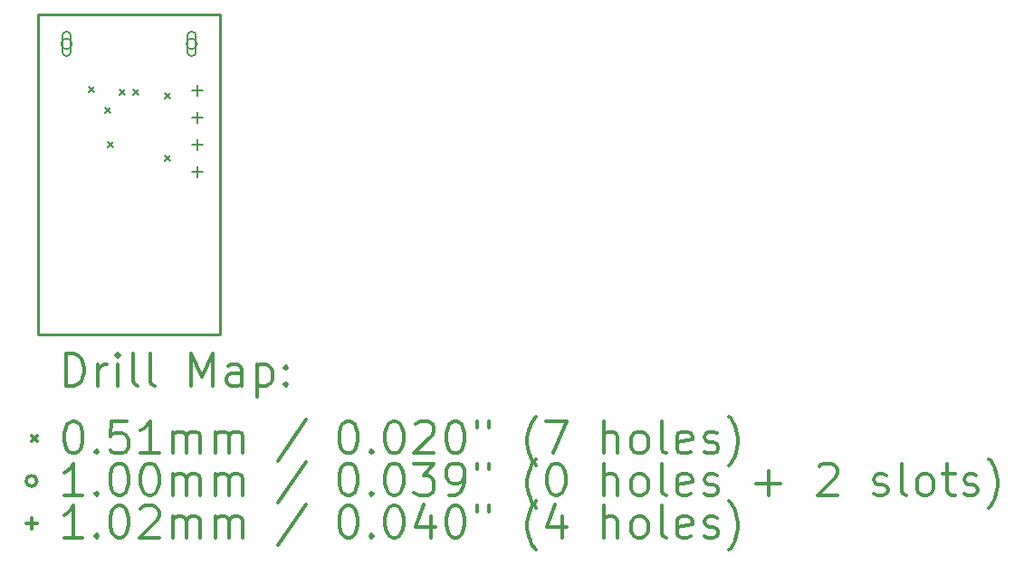
<source format=gbr>
%FSLAX45Y45*%
G04 Gerber Fmt 4.5, Leading zero omitted, Abs format (unit mm)*
G04 Created by KiCad (PCBNEW (after 2015-may-01 BZR unknown)-product) date 5/23/2015 03:29:00*
%MOMM*%
G01*
G04 APERTURE LIST*
%ADD10C,0.127000*%
%ADD11C,0.254000*%
%ADD12C,0.200000*%
%ADD13C,0.300000*%
G04 APERTURE END LIST*
D10*
D11*
X8404000Y-10992000D02*
X10104000Y-10992000D01*
X8404000Y-7992000D02*
X8404000Y-10992000D01*
X10104000Y-7992000D02*
X8404000Y-7992000D01*
X10104000Y-10992000D02*
X10104000Y-7992000D01*
D12*
X8878600Y-8665563D02*
X8929400Y-8716363D01*
X8929400Y-8665563D02*
X8878600Y-8716363D01*
X9028600Y-8866600D02*
X9079400Y-8917400D01*
X9079400Y-8866600D02*
X9028600Y-8917400D01*
X9050800Y-9188600D02*
X9101600Y-9239400D01*
X9101600Y-9188600D02*
X9050800Y-9239400D01*
X9165100Y-8695060D02*
X9215900Y-8745860D01*
X9215900Y-8695060D02*
X9165100Y-8745860D01*
X9292100Y-8695060D02*
X9342900Y-8745860D01*
X9342900Y-8695060D02*
X9292100Y-8745860D01*
X9584200Y-8731400D02*
X9635000Y-8782200D01*
X9635000Y-8731400D02*
X9584200Y-8782200D01*
X9584200Y-9315600D02*
X9635000Y-9366400D01*
X9635000Y-9315600D02*
X9584200Y-9366400D01*
X8719000Y-8267000D02*
G75*
G03X8719000Y-8267000I-50000J0D01*
G01*
X8629000Y-8192000D02*
X8629000Y-8342000D01*
X8709000Y-8192000D02*
X8709000Y-8342000D01*
X8629000Y-8342000D02*
G75*
G03X8709000Y-8342000I40000J0D01*
G01*
X8709000Y-8192000D02*
G75*
G03X8629000Y-8192000I-40000J0D01*
G01*
X9889000Y-8267000D02*
G75*
G03X9889000Y-8267000I-50000J0D01*
G01*
X9799000Y-8192000D02*
X9799000Y-8342000D01*
X9879000Y-8192000D02*
X9879000Y-8342000D01*
X9799000Y-8342000D02*
G75*
G03X9879000Y-8342000I40000J0D01*
G01*
X9879000Y-8192000D02*
G75*
G03X9799000Y-8192000I-40000J0D01*
G01*
X9889000Y-8655200D02*
X9889000Y-8756800D01*
X9838200Y-8706000D02*
X9939800Y-8706000D01*
X9889000Y-8909200D02*
X9889000Y-9010800D01*
X9838200Y-8960000D02*
X9939800Y-8960000D01*
X9889000Y-9163200D02*
X9889000Y-9264800D01*
X9838200Y-9214000D02*
X9939800Y-9214000D01*
X9889000Y-9417200D02*
X9889000Y-9518800D01*
X9838200Y-9468000D02*
X9939800Y-9468000D01*
D13*
X8662729Y-11470414D02*
X8662729Y-11170414D01*
X8734157Y-11170414D01*
X8777014Y-11184700D01*
X8805586Y-11213271D01*
X8819871Y-11241843D01*
X8834157Y-11298986D01*
X8834157Y-11341843D01*
X8819871Y-11398986D01*
X8805586Y-11427557D01*
X8777014Y-11456129D01*
X8734157Y-11470414D01*
X8662729Y-11470414D01*
X8962729Y-11470414D02*
X8962729Y-11270414D01*
X8962729Y-11327557D02*
X8977014Y-11298986D01*
X8991300Y-11284700D01*
X9019871Y-11270414D01*
X9048443Y-11270414D01*
X9148443Y-11470414D02*
X9148443Y-11270414D01*
X9148443Y-11170414D02*
X9134157Y-11184700D01*
X9148443Y-11198986D01*
X9162729Y-11184700D01*
X9148443Y-11170414D01*
X9148443Y-11198986D01*
X9334157Y-11470414D02*
X9305586Y-11456129D01*
X9291300Y-11427557D01*
X9291300Y-11170414D01*
X9491300Y-11470414D02*
X9462729Y-11456129D01*
X9448443Y-11427557D01*
X9448443Y-11170414D01*
X9834157Y-11470414D02*
X9834157Y-11170414D01*
X9934157Y-11384700D01*
X10034157Y-11170414D01*
X10034157Y-11470414D01*
X10305586Y-11470414D02*
X10305586Y-11313271D01*
X10291300Y-11284700D01*
X10262729Y-11270414D01*
X10205586Y-11270414D01*
X10177014Y-11284700D01*
X10305586Y-11456129D02*
X10277014Y-11470414D01*
X10205586Y-11470414D01*
X10177014Y-11456129D01*
X10162729Y-11427557D01*
X10162729Y-11398986D01*
X10177014Y-11370414D01*
X10205586Y-11356129D01*
X10277014Y-11356129D01*
X10305586Y-11341843D01*
X10448443Y-11270414D02*
X10448443Y-11570414D01*
X10448443Y-11284700D02*
X10477014Y-11270414D01*
X10534157Y-11270414D01*
X10562729Y-11284700D01*
X10577014Y-11298986D01*
X10591300Y-11327557D01*
X10591300Y-11413271D01*
X10577014Y-11441843D01*
X10562729Y-11456129D01*
X10534157Y-11470414D01*
X10477014Y-11470414D01*
X10448443Y-11456129D01*
X10719871Y-11441843D02*
X10734157Y-11456129D01*
X10719871Y-11470414D01*
X10705586Y-11456129D01*
X10719871Y-11441843D01*
X10719871Y-11470414D01*
X10719871Y-11284700D02*
X10734157Y-11298986D01*
X10719871Y-11313271D01*
X10705586Y-11298986D01*
X10719871Y-11284700D01*
X10719871Y-11313271D01*
X8340500Y-11939300D02*
X8391300Y-11990100D01*
X8391300Y-11939300D02*
X8340500Y-11990100D01*
X8719871Y-11800414D02*
X8748443Y-11800414D01*
X8777014Y-11814700D01*
X8791300Y-11828986D01*
X8805586Y-11857557D01*
X8819871Y-11914700D01*
X8819871Y-11986129D01*
X8805586Y-12043271D01*
X8791300Y-12071843D01*
X8777014Y-12086129D01*
X8748443Y-12100414D01*
X8719871Y-12100414D01*
X8691300Y-12086129D01*
X8677014Y-12071843D01*
X8662729Y-12043271D01*
X8648443Y-11986129D01*
X8648443Y-11914700D01*
X8662729Y-11857557D01*
X8677014Y-11828986D01*
X8691300Y-11814700D01*
X8719871Y-11800414D01*
X8948443Y-12071843D02*
X8962729Y-12086129D01*
X8948443Y-12100414D01*
X8934157Y-12086129D01*
X8948443Y-12071843D01*
X8948443Y-12100414D01*
X9234157Y-11800414D02*
X9091300Y-11800414D01*
X9077014Y-11943271D01*
X9091300Y-11928986D01*
X9119871Y-11914700D01*
X9191300Y-11914700D01*
X9219871Y-11928986D01*
X9234157Y-11943271D01*
X9248443Y-11971843D01*
X9248443Y-12043271D01*
X9234157Y-12071843D01*
X9219871Y-12086129D01*
X9191300Y-12100414D01*
X9119871Y-12100414D01*
X9091300Y-12086129D01*
X9077014Y-12071843D01*
X9534157Y-12100414D02*
X9362729Y-12100414D01*
X9448443Y-12100414D02*
X9448443Y-11800414D01*
X9419871Y-11843271D01*
X9391300Y-11871843D01*
X9362729Y-11886129D01*
X9662729Y-12100414D02*
X9662729Y-11900414D01*
X9662729Y-11928986D02*
X9677014Y-11914700D01*
X9705586Y-11900414D01*
X9748443Y-11900414D01*
X9777014Y-11914700D01*
X9791300Y-11943271D01*
X9791300Y-12100414D01*
X9791300Y-11943271D02*
X9805586Y-11914700D01*
X9834157Y-11900414D01*
X9877014Y-11900414D01*
X9905586Y-11914700D01*
X9919871Y-11943271D01*
X9919871Y-12100414D01*
X10062729Y-12100414D02*
X10062729Y-11900414D01*
X10062729Y-11928986D02*
X10077014Y-11914700D01*
X10105586Y-11900414D01*
X10148443Y-11900414D01*
X10177014Y-11914700D01*
X10191300Y-11943271D01*
X10191300Y-12100414D01*
X10191300Y-11943271D02*
X10205586Y-11914700D01*
X10234157Y-11900414D01*
X10277014Y-11900414D01*
X10305586Y-11914700D01*
X10319871Y-11943271D01*
X10319871Y-12100414D01*
X10905586Y-11786129D02*
X10648443Y-12171843D01*
X11291300Y-11800414D02*
X11319871Y-11800414D01*
X11348443Y-11814700D01*
X11362728Y-11828986D01*
X11377014Y-11857557D01*
X11391300Y-11914700D01*
X11391300Y-11986129D01*
X11377014Y-12043271D01*
X11362728Y-12071843D01*
X11348443Y-12086129D01*
X11319871Y-12100414D01*
X11291300Y-12100414D01*
X11262728Y-12086129D01*
X11248443Y-12071843D01*
X11234157Y-12043271D01*
X11219871Y-11986129D01*
X11219871Y-11914700D01*
X11234157Y-11857557D01*
X11248443Y-11828986D01*
X11262728Y-11814700D01*
X11291300Y-11800414D01*
X11519871Y-12071843D02*
X11534157Y-12086129D01*
X11519871Y-12100414D01*
X11505586Y-12086129D01*
X11519871Y-12071843D01*
X11519871Y-12100414D01*
X11719871Y-11800414D02*
X11748443Y-11800414D01*
X11777014Y-11814700D01*
X11791300Y-11828986D01*
X11805585Y-11857557D01*
X11819871Y-11914700D01*
X11819871Y-11986129D01*
X11805585Y-12043271D01*
X11791300Y-12071843D01*
X11777014Y-12086129D01*
X11748443Y-12100414D01*
X11719871Y-12100414D01*
X11691300Y-12086129D01*
X11677014Y-12071843D01*
X11662728Y-12043271D01*
X11648443Y-11986129D01*
X11648443Y-11914700D01*
X11662728Y-11857557D01*
X11677014Y-11828986D01*
X11691300Y-11814700D01*
X11719871Y-11800414D01*
X11934157Y-11828986D02*
X11948443Y-11814700D01*
X11977014Y-11800414D01*
X12048443Y-11800414D01*
X12077014Y-11814700D01*
X12091300Y-11828986D01*
X12105585Y-11857557D01*
X12105585Y-11886129D01*
X12091300Y-11928986D01*
X11919871Y-12100414D01*
X12105585Y-12100414D01*
X12291300Y-11800414D02*
X12319871Y-11800414D01*
X12348443Y-11814700D01*
X12362728Y-11828986D01*
X12377014Y-11857557D01*
X12391300Y-11914700D01*
X12391300Y-11986129D01*
X12377014Y-12043271D01*
X12362728Y-12071843D01*
X12348443Y-12086129D01*
X12319871Y-12100414D01*
X12291300Y-12100414D01*
X12262728Y-12086129D01*
X12248443Y-12071843D01*
X12234157Y-12043271D01*
X12219871Y-11986129D01*
X12219871Y-11914700D01*
X12234157Y-11857557D01*
X12248443Y-11828986D01*
X12262728Y-11814700D01*
X12291300Y-11800414D01*
X12505586Y-11800414D02*
X12505586Y-11857557D01*
X12619871Y-11800414D02*
X12619871Y-11857557D01*
X13062728Y-12214700D02*
X13048443Y-12200414D01*
X13019871Y-12157557D01*
X13005585Y-12128986D01*
X12991300Y-12086129D01*
X12977014Y-12014700D01*
X12977014Y-11957557D01*
X12991300Y-11886129D01*
X13005585Y-11843271D01*
X13019871Y-11814700D01*
X13048443Y-11771843D01*
X13062728Y-11757557D01*
X13148443Y-11800414D02*
X13348443Y-11800414D01*
X13219871Y-12100414D01*
X13691300Y-12100414D02*
X13691300Y-11800414D01*
X13819871Y-12100414D02*
X13819871Y-11943271D01*
X13805585Y-11914700D01*
X13777014Y-11900414D01*
X13734157Y-11900414D01*
X13705585Y-11914700D01*
X13691300Y-11928986D01*
X14005585Y-12100414D02*
X13977014Y-12086129D01*
X13962728Y-12071843D01*
X13948443Y-12043271D01*
X13948443Y-11957557D01*
X13962728Y-11928986D01*
X13977014Y-11914700D01*
X14005585Y-11900414D01*
X14048443Y-11900414D01*
X14077014Y-11914700D01*
X14091300Y-11928986D01*
X14105585Y-11957557D01*
X14105585Y-12043271D01*
X14091300Y-12071843D01*
X14077014Y-12086129D01*
X14048443Y-12100414D01*
X14005585Y-12100414D01*
X14277014Y-12100414D02*
X14248443Y-12086129D01*
X14234157Y-12057557D01*
X14234157Y-11800414D01*
X14505586Y-12086129D02*
X14477014Y-12100414D01*
X14419871Y-12100414D01*
X14391300Y-12086129D01*
X14377014Y-12057557D01*
X14377014Y-11943271D01*
X14391300Y-11914700D01*
X14419871Y-11900414D01*
X14477014Y-11900414D01*
X14505586Y-11914700D01*
X14519871Y-11943271D01*
X14519871Y-11971843D01*
X14377014Y-12000414D01*
X14634157Y-12086129D02*
X14662728Y-12100414D01*
X14719871Y-12100414D01*
X14748443Y-12086129D01*
X14762728Y-12057557D01*
X14762728Y-12043271D01*
X14748443Y-12014700D01*
X14719871Y-12000414D01*
X14677014Y-12000414D01*
X14648443Y-11986129D01*
X14634157Y-11957557D01*
X14634157Y-11943271D01*
X14648443Y-11914700D01*
X14677014Y-11900414D01*
X14719871Y-11900414D01*
X14748443Y-11914700D01*
X14862728Y-12214700D02*
X14877014Y-12200414D01*
X14905586Y-12157557D01*
X14919871Y-12128986D01*
X14934157Y-12086129D01*
X14948443Y-12014700D01*
X14948443Y-11957557D01*
X14934157Y-11886129D01*
X14919871Y-11843271D01*
X14905586Y-11814700D01*
X14877014Y-11771843D01*
X14862728Y-11757557D01*
X8391300Y-12360700D02*
G75*
G03X8391300Y-12360700I-50000J0D01*
G01*
X8819871Y-12496414D02*
X8648443Y-12496414D01*
X8734157Y-12496414D02*
X8734157Y-12196414D01*
X8705586Y-12239271D01*
X8677014Y-12267843D01*
X8648443Y-12282129D01*
X8948443Y-12467843D02*
X8962729Y-12482129D01*
X8948443Y-12496414D01*
X8934157Y-12482129D01*
X8948443Y-12467843D01*
X8948443Y-12496414D01*
X9148443Y-12196414D02*
X9177014Y-12196414D01*
X9205586Y-12210700D01*
X9219871Y-12224986D01*
X9234157Y-12253557D01*
X9248443Y-12310700D01*
X9248443Y-12382129D01*
X9234157Y-12439271D01*
X9219871Y-12467843D01*
X9205586Y-12482129D01*
X9177014Y-12496414D01*
X9148443Y-12496414D01*
X9119871Y-12482129D01*
X9105586Y-12467843D01*
X9091300Y-12439271D01*
X9077014Y-12382129D01*
X9077014Y-12310700D01*
X9091300Y-12253557D01*
X9105586Y-12224986D01*
X9119871Y-12210700D01*
X9148443Y-12196414D01*
X9434157Y-12196414D02*
X9462729Y-12196414D01*
X9491300Y-12210700D01*
X9505586Y-12224986D01*
X9519871Y-12253557D01*
X9534157Y-12310700D01*
X9534157Y-12382129D01*
X9519871Y-12439271D01*
X9505586Y-12467843D01*
X9491300Y-12482129D01*
X9462729Y-12496414D01*
X9434157Y-12496414D01*
X9405586Y-12482129D01*
X9391300Y-12467843D01*
X9377014Y-12439271D01*
X9362729Y-12382129D01*
X9362729Y-12310700D01*
X9377014Y-12253557D01*
X9391300Y-12224986D01*
X9405586Y-12210700D01*
X9434157Y-12196414D01*
X9662729Y-12496414D02*
X9662729Y-12296414D01*
X9662729Y-12324986D02*
X9677014Y-12310700D01*
X9705586Y-12296414D01*
X9748443Y-12296414D01*
X9777014Y-12310700D01*
X9791300Y-12339271D01*
X9791300Y-12496414D01*
X9791300Y-12339271D02*
X9805586Y-12310700D01*
X9834157Y-12296414D01*
X9877014Y-12296414D01*
X9905586Y-12310700D01*
X9919871Y-12339271D01*
X9919871Y-12496414D01*
X10062729Y-12496414D02*
X10062729Y-12296414D01*
X10062729Y-12324986D02*
X10077014Y-12310700D01*
X10105586Y-12296414D01*
X10148443Y-12296414D01*
X10177014Y-12310700D01*
X10191300Y-12339271D01*
X10191300Y-12496414D01*
X10191300Y-12339271D02*
X10205586Y-12310700D01*
X10234157Y-12296414D01*
X10277014Y-12296414D01*
X10305586Y-12310700D01*
X10319871Y-12339271D01*
X10319871Y-12496414D01*
X10905586Y-12182129D02*
X10648443Y-12567843D01*
X11291300Y-12196414D02*
X11319871Y-12196414D01*
X11348443Y-12210700D01*
X11362728Y-12224986D01*
X11377014Y-12253557D01*
X11391300Y-12310700D01*
X11391300Y-12382129D01*
X11377014Y-12439271D01*
X11362728Y-12467843D01*
X11348443Y-12482129D01*
X11319871Y-12496414D01*
X11291300Y-12496414D01*
X11262728Y-12482129D01*
X11248443Y-12467843D01*
X11234157Y-12439271D01*
X11219871Y-12382129D01*
X11219871Y-12310700D01*
X11234157Y-12253557D01*
X11248443Y-12224986D01*
X11262728Y-12210700D01*
X11291300Y-12196414D01*
X11519871Y-12467843D02*
X11534157Y-12482129D01*
X11519871Y-12496414D01*
X11505586Y-12482129D01*
X11519871Y-12467843D01*
X11519871Y-12496414D01*
X11719871Y-12196414D02*
X11748443Y-12196414D01*
X11777014Y-12210700D01*
X11791300Y-12224986D01*
X11805585Y-12253557D01*
X11819871Y-12310700D01*
X11819871Y-12382129D01*
X11805585Y-12439271D01*
X11791300Y-12467843D01*
X11777014Y-12482129D01*
X11748443Y-12496414D01*
X11719871Y-12496414D01*
X11691300Y-12482129D01*
X11677014Y-12467843D01*
X11662728Y-12439271D01*
X11648443Y-12382129D01*
X11648443Y-12310700D01*
X11662728Y-12253557D01*
X11677014Y-12224986D01*
X11691300Y-12210700D01*
X11719871Y-12196414D01*
X11919871Y-12196414D02*
X12105585Y-12196414D01*
X12005585Y-12310700D01*
X12048443Y-12310700D01*
X12077014Y-12324986D01*
X12091300Y-12339271D01*
X12105585Y-12367843D01*
X12105585Y-12439271D01*
X12091300Y-12467843D01*
X12077014Y-12482129D01*
X12048443Y-12496414D01*
X11962728Y-12496414D01*
X11934157Y-12482129D01*
X11919871Y-12467843D01*
X12248443Y-12496414D02*
X12305585Y-12496414D01*
X12334157Y-12482129D01*
X12348443Y-12467843D01*
X12377014Y-12424986D01*
X12391300Y-12367843D01*
X12391300Y-12253557D01*
X12377014Y-12224986D01*
X12362728Y-12210700D01*
X12334157Y-12196414D01*
X12277014Y-12196414D01*
X12248443Y-12210700D01*
X12234157Y-12224986D01*
X12219871Y-12253557D01*
X12219871Y-12324986D01*
X12234157Y-12353557D01*
X12248443Y-12367843D01*
X12277014Y-12382129D01*
X12334157Y-12382129D01*
X12362728Y-12367843D01*
X12377014Y-12353557D01*
X12391300Y-12324986D01*
X12505586Y-12196414D02*
X12505586Y-12253557D01*
X12619871Y-12196414D02*
X12619871Y-12253557D01*
X13062728Y-12610700D02*
X13048443Y-12596414D01*
X13019871Y-12553557D01*
X13005585Y-12524986D01*
X12991300Y-12482129D01*
X12977014Y-12410700D01*
X12977014Y-12353557D01*
X12991300Y-12282129D01*
X13005585Y-12239271D01*
X13019871Y-12210700D01*
X13048443Y-12167843D01*
X13062728Y-12153557D01*
X13234157Y-12196414D02*
X13262728Y-12196414D01*
X13291300Y-12210700D01*
X13305585Y-12224986D01*
X13319871Y-12253557D01*
X13334157Y-12310700D01*
X13334157Y-12382129D01*
X13319871Y-12439271D01*
X13305585Y-12467843D01*
X13291300Y-12482129D01*
X13262728Y-12496414D01*
X13234157Y-12496414D01*
X13205585Y-12482129D01*
X13191300Y-12467843D01*
X13177014Y-12439271D01*
X13162728Y-12382129D01*
X13162728Y-12310700D01*
X13177014Y-12253557D01*
X13191300Y-12224986D01*
X13205585Y-12210700D01*
X13234157Y-12196414D01*
X13691300Y-12496414D02*
X13691300Y-12196414D01*
X13819871Y-12496414D02*
X13819871Y-12339271D01*
X13805585Y-12310700D01*
X13777014Y-12296414D01*
X13734157Y-12296414D01*
X13705585Y-12310700D01*
X13691300Y-12324986D01*
X14005585Y-12496414D02*
X13977014Y-12482129D01*
X13962728Y-12467843D01*
X13948443Y-12439271D01*
X13948443Y-12353557D01*
X13962728Y-12324986D01*
X13977014Y-12310700D01*
X14005585Y-12296414D01*
X14048443Y-12296414D01*
X14077014Y-12310700D01*
X14091300Y-12324986D01*
X14105585Y-12353557D01*
X14105585Y-12439271D01*
X14091300Y-12467843D01*
X14077014Y-12482129D01*
X14048443Y-12496414D01*
X14005585Y-12496414D01*
X14277014Y-12496414D02*
X14248443Y-12482129D01*
X14234157Y-12453557D01*
X14234157Y-12196414D01*
X14505586Y-12482129D02*
X14477014Y-12496414D01*
X14419871Y-12496414D01*
X14391300Y-12482129D01*
X14377014Y-12453557D01*
X14377014Y-12339271D01*
X14391300Y-12310700D01*
X14419871Y-12296414D01*
X14477014Y-12296414D01*
X14505586Y-12310700D01*
X14519871Y-12339271D01*
X14519871Y-12367843D01*
X14377014Y-12396414D01*
X14634157Y-12482129D02*
X14662728Y-12496414D01*
X14719871Y-12496414D01*
X14748443Y-12482129D01*
X14762728Y-12453557D01*
X14762728Y-12439271D01*
X14748443Y-12410700D01*
X14719871Y-12396414D01*
X14677014Y-12396414D01*
X14648443Y-12382129D01*
X14634157Y-12353557D01*
X14634157Y-12339271D01*
X14648443Y-12310700D01*
X14677014Y-12296414D01*
X14719871Y-12296414D01*
X14748443Y-12310700D01*
X15119871Y-12382129D02*
X15348443Y-12382129D01*
X15234157Y-12496414D02*
X15234157Y-12267843D01*
X15705586Y-12224986D02*
X15719871Y-12210700D01*
X15748443Y-12196414D01*
X15819871Y-12196414D01*
X15848443Y-12210700D01*
X15862728Y-12224986D01*
X15877014Y-12253557D01*
X15877014Y-12282129D01*
X15862728Y-12324986D01*
X15691300Y-12496414D01*
X15877014Y-12496414D01*
X16219871Y-12482129D02*
X16248443Y-12496414D01*
X16305585Y-12496414D01*
X16334157Y-12482129D01*
X16348443Y-12453557D01*
X16348443Y-12439271D01*
X16334157Y-12410700D01*
X16305585Y-12396414D01*
X16262728Y-12396414D01*
X16234157Y-12382129D01*
X16219871Y-12353557D01*
X16219871Y-12339271D01*
X16234157Y-12310700D01*
X16262728Y-12296414D01*
X16305585Y-12296414D01*
X16334157Y-12310700D01*
X16519871Y-12496414D02*
X16491300Y-12482129D01*
X16477014Y-12453557D01*
X16477014Y-12196414D01*
X16677014Y-12496414D02*
X16648443Y-12482129D01*
X16634157Y-12467843D01*
X16619871Y-12439271D01*
X16619871Y-12353557D01*
X16634157Y-12324986D01*
X16648443Y-12310700D01*
X16677014Y-12296414D01*
X16719871Y-12296414D01*
X16748443Y-12310700D01*
X16762728Y-12324986D01*
X16777014Y-12353557D01*
X16777014Y-12439271D01*
X16762728Y-12467843D01*
X16748443Y-12482129D01*
X16719871Y-12496414D01*
X16677014Y-12496414D01*
X16862728Y-12296414D02*
X16977014Y-12296414D01*
X16905586Y-12196414D02*
X16905586Y-12453557D01*
X16919871Y-12482129D01*
X16948443Y-12496414D01*
X16977014Y-12496414D01*
X17062729Y-12482129D02*
X17091300Y-12496414D01*
X17148443Y-12496414D01*
X17177014Y-12482129D01*
X17191300Y-12453557D01*
X17191300Y-12439271D01*
X17177014Y-12410700D01*
X17148443Y-12396414D01*
X17105586Y-12396414D01*
X17077014Y-12382129D01*
X17062729Y-12353557D01*
X17062729Y-12339271D01*
X17077014Y-12310700D01*
X17105586Y-12296414D01*
X17148443Y-12296414D01*
X17177014Y-12310700D01*
X17291300Y-12610700D02*
X17305586Y-12596414D01*
X17334157Y-12553557D01*
X17348443Y-12524986D01*
X17362728Y-12482129D01*
X17377014Y-12410700D01*
X17377014Y-12353557D01*
X17362728Y-12282129D01*
X17348443Y-12239271D01*
X17334157Y-12210700D01*
X17305586Y-12167843D01*
X17291300Y-12153557D01*
X8340500Y-12705900D02*
X8340500Y-12807500D01*
X8289700Y-12756700D02*
X8391300Y-12756700D01*
X8819871Y-12892414D02*
X8648443Y-12892414D01*
X8734157Y-12892414D02*
X8734157Y-12592414D01*
X8705586Y-12635271D01*
X8677014Y-12663843D01*
X8648443Y-12678129D01*
X8948443Y-12863843D02*
X8962729Y-12878129D01*
X8948443Y-12892414D01*
X8934157Y-12878129D01*
X8948443Y-12863843D01*
X8948443Y-12892414D01*
X9148443Y-12592414D02*
X9177014Y-12592414D01*
X9205586Y-12606700D01*
X9219871Y-12620986D01*
X9234157Y-12649557D01*
X9248443Y-12706700D01*
X9248443Y-12778129D01*
X9234157Y-12835271D01*
X9219871Y-12863843D01*
X9205586Y-12878129D01*
X9177014Y-12892414D01*
X9148443Y-12892414D01*
X9119871Y-12878129D01*
X9105586Y-12863843D01*
X9091300Y-12835271D01*
X9077014Y-12778129D01*
X9077014Y-12706700D01*
X9091300Y-12649557D01*
X9105586Y-12620986D01*
X9119871Y-12606700D01*
X9148443Y-12592414D01*
X9362729Y-12620986D02*
X9377014Y-12606700D01*
X9405586Y-12592414D01*
X9477014Y-12592414D01*
X9505586Y-12606700D01*
X9519871Y-12620986D01*
X9534157Y-12649557D01*
X9534157Y-12678129D01*
X9519871Y-12720986D01*
X9348443Y-12892414D01*
X9534157Y-12892414D01*
X9662729Y-12892414D02*
X9662729Y-12692414D01*
X9662729Y-12720986D02*
X9677014Y-12706700D01*
X9705586Y-12692414D01*
X9748443Y-12692414D01*
X9777014Y-12706700D01*
X9791300Y-12735271D01*
X9791300Y-12892414D01*
X9791300Y-12735271D02*
X9805586Y-12706700D01*
X9834157Y-12692414D01*
X9877014Y-12692414D01*
X9905586Y-12706700D01*
X9919871Y-12735271D01*
X9919871Y-12892414D01*
X10062729Y-12892414D02*
X10062729Y-12692414D01*
X10062729Y-12720986D02*
X10077014Y-12706700D01*
X10105586Y-12692414D01*
X10148443Y-12692414D01*
X10177014Y-12706700D01*
X10191300Y-12735271D01*
X10191300Y-12892414D01*
X10191300Y-12735271D02*
X10205586Y-12706700D01*
X10234157Y-12692414D01*
X10277014Y-12692414D01*
X10305586Y-12706700D01*
X10319871Y-12735271D01*
X10319871Y-12892414D01*
X10905586Y-12578129D02*
X10648443Y-12963843D01*
X11291300Y-12592414D02*
X11319871Y-12592414D01*
X11348443Y-12606700D01*
X11362728Y-12620986D01*
X11377014Y-12649557D01*
X11391300Y-12706700D01*
X11391300Y-12778129D01*
X11377014Y-12835271D01*
X11362728Y-12863843D01*
X11348443Y-12878129D01*
X11319871Y-12892414D01*
X11291300Y-12892414D01*
X11262728Y-12878129D01*
X11248443Y-12863843D01*
X11234157Y-12835271D01*
X11219871Y-12778129D01*
X11219871Y-12706700D01*
X11234157Y-12649557D01*
X11248443Y-12620986D01*
X11262728Y-12606700D01*
X11291300Y-12592414D01*
X11519871Y-12863843D02*
X11534157Y-12878129D01*
X11519871Y-12892414D01*
X11505586Y-12878129D01*
X11519871Y-12863843D01*
X11519871Y-12892414D01*
X11719871Y-12592414D02*
X11748443Y-12592414D01*
X11777014Y-12606700D01*
X11791300Y-12620986D01*
X11805585Y-12649557D01*
X11819871Y-12706700D01*
X11819871Y-12778129D01*
X11805585Y-12835271D01*
X11791300Y-12863843D01*
X11777014Y-12878129D01*
X11748443Y-12892414D01*
X11719871Y-12892414D01*
X11691300Y-12878129D01*
X11677014Y-12863843D01*
X11662728Y-12835271D01*
X11648443Y-12778129D01*
X11648443Y-12706700D01*
X11662728Y-12649557D01*
X11677014Y-12620986D01*
X11691300Y-12606700D01*
X11719871Y-12592414D01*
X12077014Y-12692414D02*
X12077014Y-12892414D01*
X12005585Y-12578129D02*
X11934157Y-12792414D01*
X12119871Y-12792414D01*
X12291300Y-12592414D02*
X12319871Y-12592414D01*
X12348443Y-12606700D01*
X12362728Y-12620986D01*
X12377014Y-12649557D01*
X12391300Y-12706700D01*
X12391300Y-12778129D01*
X12377014Y-12835271D01*
X12362728Y-12863843D01*
X12348443Y-12878129D01*
X12319871Y-12892414D01*
X12291300Y-12892414D01*
X12262728Y-12878129D01*
X12248443Y-12863843D01*
X12234157Y-12835271D01*
X12219871Y-12778129D01*
X12219871Y-12706700D01*
X12234157Y-12649557D01*
X12248443Y-12620986D01*
X12262728Y-12606700D01*
X12291300Y-12592414D01*
X12505586Y-12592414D02*
X12505586Y-12649557D01*
X12619871Y-12592414D02*
X12619871Y-12649557D01*
X13062728Y-13006700D02*
X13048443Y-12992414D01*
X13019871Y-12949557D01*
X13005585Y-12920986D01*
X12991300Y-12878129D01*
X12977014Y-12806700D01*
X12977014Y-12749557D01*
X12991300Y-12678129D01*
X13005585Y-12635271D01*
X13019871Y-12606700D01*
X13048443Y-12563843D01*
X13062728Y-12549557D01*
X13305585Y-12692414D02*
X13305585Y-12892414D01*
X13234157Y-12578129D02*
X13162728Y-12792414D01*
X13348443Y-12792414D01*
X13691300Y-12892414D02*
X13691300Y-12592414D01*
X13819871Y-12892414D02*
X13819871Y-12735271D01*
X13805585Y-12706700D01*
X13777014Y-12692414D01*
X13734157Y-12692414D01*
X13705585Y-12706700D01*
X13691300Y-12720986D01*
X14005585Y-12892414D02*
X13977014Y-12878129D01*
X13962728Y-12863843D01*
X13948443Y-12835271D01*
X13948443Y-12749557D01*
X13962728Y-12720986D01*
X13977014Y-12706700D01*
X14005585Y-12692414D01*
X14048443Y-12692414D01*
X14077014Y-12706700D01*
X14091300Y-12720986D01*
X14105585Y-12749557D01*
X14105585Y-12835271D01*
X14091300Y-12863843D01*
X14077014Y-12878129D01*
X14048443Y-12892414D01*
X14005585Y-12892414D01*
X14277014Y-12892414D02*
X14248443Y-12878129D01*
X14234157Y-12849557D01*
X14234157Y-12592414D01*
X14505586Y-12878129D02*
X14477014Y-12892414D01*
X14419871Y-12892414D01*
X14391300Y-12878129D01*
X14377014Y-12849557D01*
X14377014Y-12735271D01*
X14391300Y-12706700D01*
X14419871Y-12692414D01*
X14477014Y-12692414D01*
X14505586Y-12706700D01*
X14519871Y-12735271D01*
X14519871Y-12763843D01*
X14377014Y-12792414D01*
X14634157Y-12878129D02*
X14662728Y-12892414D01*
X14719871Y-12892414D01*
X14748443Y-12878129D01*
X14762728Y-12849557D01*
X14762728Y-12835271D01*
X14748443Y-12806700D01*
X14719871Y-12792414D01*
X14677014Y-12792414D01*
X14648443Y-12778129D01*
X14634157Y-12749557D01*
X14634157Y-12735271D01*
X14648443Y-12706700D01*
X14677014Y-12692414D01*
X14719871Y-12692414D01*
X14748443Y-12706700D01*
X14862728Y-13006700D02*
X14877014Y-12992414D01*
X14905586Y-12949557D01*
X14919871Y-12920986D01*
X14934157Y-12878129D01*
X14948443Y-12806700D01*
X14948443Y-12749557D01*
X14934157Y-12678129D01*
X14919871Y-12635271D01*
X14905586Y-12606700D01*
X14877014Y-12563843D01*
X14862728Y-12549557D01*
M02*

</source>
